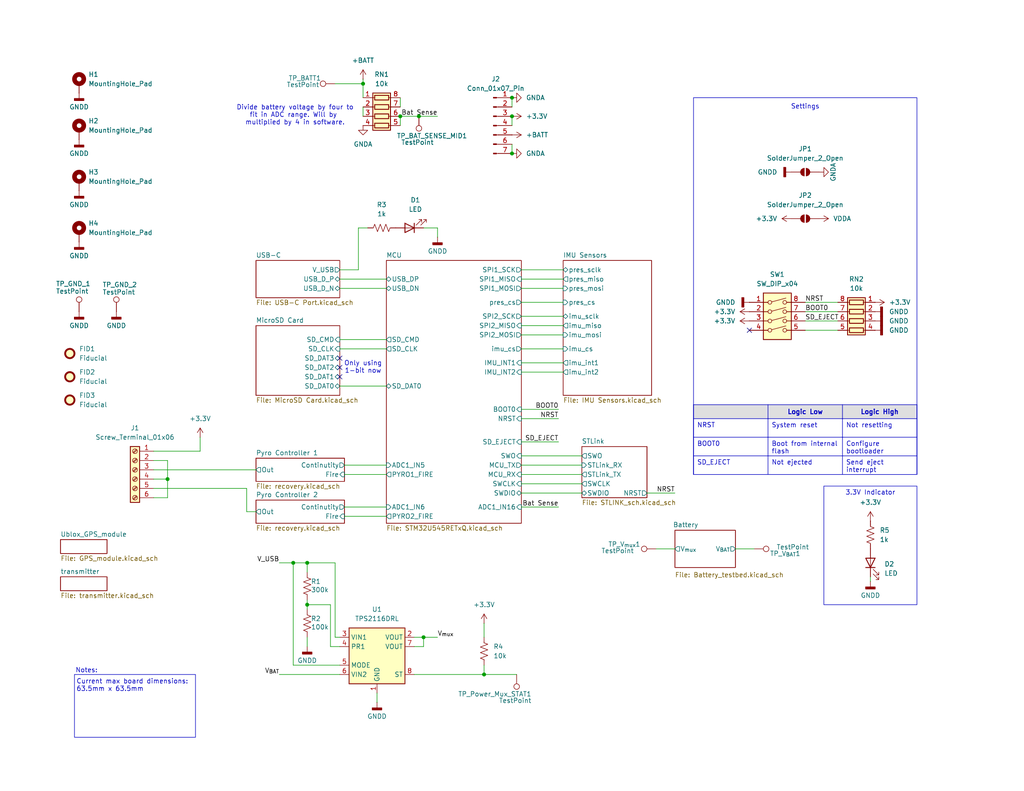
<source format=kicad_sch>
(kicad_sch (version 20250114) (generator "eeschema") (generator_version "9.0")
  (paper "USLetter")
  (title_block (title "Control Module Testbed") (date "2025-10-16") (rev "1.5") (company "Rowan Rocketry"))
  (lib_symbols
    (symbol "Connector:Conn_01x07_Pin" (pin_names (offset 1.016) (hide yes))
      (property "Reference" "J" (at 0 10.16 0))
      (property "Value" "Conn_01x07_Pin" (at 0 -10.16 0))
      (symbol "Conn_01x07_Pin_1_1"
        (rectangle (start 0.8636 7.747) (end 0 7.493) (stroke (width 0.1524)) (fill (type outline)))
        (rectangle (start 0.8636 5.207) (end 0 4.953) (stroke (width 0.1524)) (fill (type outline)))
        (rectangle (start 0.8636 2.667) (end 0 2.413) (stroke (width 0.1524)) (fill (type outline)))
        (rectangle (start 0.8636 0.127) (end 0 -0.127) (stroke (width 0.1524)) (fill (type outline)))
        (rectangle (start 0.8636 -2.413) (end 0 -2.667) (stroke (width 0.1524)) (fill (type outline)))
        (rectangle (start 0.8636 -4.953) (end 0 -5.207) (stroke (width 0.1524)) (fill (type outline)))
        (rectangle (start 0.8636 -7.493) (end 0 -7.747) (stroke (width 0.1524)) (fill (type outline)))
        (polyline (pts (xy 1.27 7.62) (xy 0.8636 7.62)) (stroke (width 0.1524)))
        (polyline (pts (xy 1.27 5.08) (xy 0.8636 5.08)) (stroke (width 0.1524)))
        (polyline (pts (xy 1.27 2.54) (xy 0.8636 2.54)) (stroke (width 0.1524)))
        (polyline (pts (xy 1.27 0) (xy 0.8636 0)) (stroke (width 0.1524)))
        (polyline (pts (xy 1.27 -2.54) (xy 0.8636 -2.54)) (stroke (width 0.1524)))
        (polyline (pts (xy 1.27 -5.08) (xy 0.8636 -5.08)) (stroke (width 0.1524)))
        (polyline (pts (xy 1.27 -7.62) (xy 0.8636 -7.62)) (stroke (width 0.1524)))
        (pin passive line (at 5.08 7.62 180) (length 3.81) (name "Pin_1") (number "1"))
        (pin passive line (at 5.08 5.08 180) (length 3.81) (name "Pin_2") (number "2"))
        (pin passive line (at 5.08 2.54 180) (length 3.81) (name "Pin_3") (number "3"))
        (pin passive line (at 5.08 0 180) (length 3.81) (name "Pin_4") (number "4"))
        (pin passive line (at 5.08 -2.54 180) (length 3.81) (name "Pin_5") (number "5"))
        (pin passive line (at 5.08 -5.08 180) (length 3.81) (name "Pin_6") (number "6"))
        (pin passive line (at 5.08 -7.62 180) (length 3.81) (name "Pin_7") (number "7"))
      )
    )
    (symbol "Connector:Screw_Terminal_01x06" (pin_names (offset 1.016) (hide yes))
      (property "Reference" "J" (at 0 7.62 0))
      (property "Value" "Screw_Terminal_01x06" (at 0 -10.16 0))
      (symbol "Screw_Terminal_01x06_1_1"
        (rectangle (start -1.27 6.35) (end 1.27 -8.89) (stroke (width 0.254)) (fill (type background)))
        (polyline (pts (xy -0.5334 5.4102) (xy 0.3302 4.572)) (stroke (width 0.1524)))
        (polyline (pts (xy -0.5334 2.8702) (xy 0.3302 2.032)) (stroke (width 0.1524)))
        (polyline (pts (xy -0.5334 0.3302) (xy 0.3302 -0.508)) (stroke (width 0.1524)))
        (polyline (pts (xy -0.5334 -2.2098) (xy 0.3302 -3.048)) (stroke (width 0.1524)))
        (polyline (pts (xy -0.5334 -4.7498) (xy 0.3302 -5.588)) (stroke (width 0.1524)))
        (polyline (pts (xy -0.5334 -7.2898) (xy 0.3302 -8.128)) (stroke (width 0.1524)))
        (polyline (pts (xy -0.3556 5.588) (xy 0.508 4.7498)) (stroke (width 0.1524)))
        (polyline (pts (xy -0.3556 3.048) (xy 0.508 2.2098)) (stroke (width 0.1524)))
        (polyline (pts (xy -0.3556 0.508) (xy 0.508 -0.3302)) (stroke (width 0.1524)))
        (polyline (pts (xy -0.3556 -2.032) (xy 0.508 -2.8702)) (stroke (width 0.1524)))
        (polyline (pts (xy -0.3556 -4.572) (xy 0.508 -5.4102)) (stroke (width 0.1524)))
        (polyline (pts (xy -0.3556 -7.112) (xy 0.508 -7.9502)) (stroke (width 0.1524)))
        (circle (center 0 5.08) (radius 0.635) (stroke (width 0.1524)))
        (circle (center 0 2.54) (radius 0.635) (stroke (width 0.1524)))
        (circle (center 0 0) (radius 0.635) (stroke (width 0.1524)))
        (circle (center 0 -2.54) (radius 0.635) (stroke (width 0.1524)))
        (circle (center 0 -5.08) (radius 0.635) (stroke (width 0.1524)))
        (circle (center 0 -7.62) (radius 0.635) (stroke (width 0.1524)))
        (pin passive line (at -5.08 5.08 0) (length 3.81) (name "Pin_1") (number "1"))
        (pin passive line (at -5.08 2.54 0) (length 3.81) (name "Pin_2") (number "2"))
        (pin passive line (at -5.08 0 0) (length 3.81) (name "Pin_3") (number "3"))
        (pin passive line (at -5.08 -2.54 0) (length 3.81) (name "Pin_4") (number "4"))
        (pin passive line (at -5.08 -5.08 0) (length 3.81) (name "Pin_5") (number "5"))
        (pin passive line (at -5.08 -7.62 0) (length 3.81) (name "Pin_6") (number "6"))
      )
    )
    (symbol "Connector:TestPoint" (pin_numbers (hide yes)) (pin_names (offset 0.762) (hide yes))
      (property "Reference" "TP" (at 0 6.858 0))
      (property "Value" "TestPoint" (at 0 5.08 0))
      (symbol "TestPoint_0_1"
        (circle (center 0 3.302) (radius 0.762))
      )
      (symbol "TestPoint_1_1"
        (pin passive line (at 0 0 90) (length 2.54) (name "1") (number "1"))
      )
    )
    (symbol "Device:LED" (pin_numbers (hide yes)) (pin_names (offset 1.016) (hide yes))
      (property "Reference" "D" (at 0 2.54 0))
      (property "Value" "LED" (at 0 -2.54 0))
      (symbol "LED_0_1"
        (polyline (pts (xy -3.048 -0.762) (xy -4.572 -2.286) (xy -3.81 -2.286) (xy -4.572 -2.286) (xy -4.572 -1.524)))
        (polyline (pts (xy -1.778 -0.762) (xy -3.302 -2.286) (xy -2.54 -2.286) (xy -3.302 -2.286) (xy -3.302 -1.524)))
        (polyline (pts (xy -1.27 0) (xy 1.27 0)))
        (polyline (pts (xy -1.27 -1.27) (xy -1.27 1.27)) (stroke (width 0.254)))
        (polyline (pts (xy 1.27 -1.27) (xy 1.27 1.27) (xy -1.27 0) (xy 1.27 -1.27)) (stroke (width 0.254)))
      )
      (symbol "LED_1_1"
        (pin passive line (at -3.81 0 0) (length 2.54) (name "K") (number "1"))
        (pin passive line (at 3.81 0 180) (length 2.54) (name "A") (number "2"))
      )
    )
    (symbol "Device:R_Pack04" (pin_names (offset 0) (hide yes))
      (property "Reference" "RN" (at -7.62 0 90))
      (property "Value" "R_Pack04" (at 5.08 0 90))
      (symbol "R_Pack04_0_1"
        (rectangle (start -6.35 -2.413) (end 3.81 2.413) (stroke (width 0.254)) (fill (type background)))
        (rectangle (start -5.715 1.905) (end -4.445 -1.905) (stroke (width 0.254)))
        (polyline (pts (xy -5.08 1.905) (xy -5.08 2.54)))
        (polyline (pts (xy -5.08 -2.54) (xy -5.08 -1.905)))
        (rectangle (start -3.175 1.905) (end -1.905 -1.905) (stroke (width 0.254)))
        (polyline (pts (xy -2.54 1.905) (xy -2.54 2.54)))
        (polyline (pts (xy -2.54 -2.54) (xy -2.54 -1.905)))
        (rectangle (start -0.635 1.905) (end 0.635 -1.905) (stroke (width 0.254)))
        (polyline (pts (xy 0 1.905) (xy 0 2.54)))
        (polyline (pts (xy 0 -2.54) (xy 0 -1.905)))
        (rectangle (start 1.905 1.905) (end 3.175 -1.905) (stroke (width 0.254)))
        (polyline (pts (xy 2.54 1.905) (xy 2.54 2.54)))
        (polyline (pts (xy 2.54 -2.54) (xy 2.54 -1.905)))
      )
      (symbol "R_Pack04_1_1"
        (pin passive line (at -5.08 5.08 270) (length 2.54) (name "R1.2") (number "8"))
        (pin passive line (at -5.08 -5.08 90) (length 2.54) (name "R1.1") (number "1"))
        (pin passive line (at -2.54 5.08 270) (length 2.54) (name "R2.2") (number "7"))
        (pin passive line (at -2.54 -5.08 90) (length 2.54) (name "R2.1") (number "2"))
        (pin passive line (at 0 5.08 270) (length 2.54) (name "R3.2") (number "6"))
        (pin passive line (at 0 -5.08 90) (length 2.54) (name "R3.1") (number "3"))
        (pin passive line (at 2.54 5.08 270) (length 2.54) (name "R4.2") (number "5"))
        (pin passive line (at 2.54 -5.08 90) (length 2.54) (name "R4.1") (number "4"))
      )
    )
    (symbol "Device:R_US" (pin_numbers (hide yes)) (pin_names (offset 0))
      (property "Reference" "R" (at 2.54 0 90))
      (property "Value" "R_US" (at -2.54 0 90))
      (symbol "R_US_0_1"
        (polyline (pts (xy 0 2.286) (xy 0 2.54)))
        (polyline (pts (xy 0 2.286) (xy 1.016 1.905) (xy 0 1.524) (xy -1.016 1.143) (xy 0 0.762)))
        (polyline (pts (xy 0 0.762) (xy 1.016 0.381) (xy 0 0) (xy -1.016 -0.381) (xy 0 -0.762)))
        (polyline (pts (xy 0 -0.762) (xy 1.016 -1.143) (xy 0 -1.524) (xy -1.016 -1.905) (xy 0 -2.286)))
        (polyline (pts (xy 0 -2.286) (xy 0 -2.54)))
      )
      (symbol "R_US_1_1"
        (pin passive line (at 0 3.81 270) (length 1.27) (name "~") (number "1"))
        (pin passive line (at 0 -3.81 90) (length 1.27) (name "~") (number "2"))
      )
    )
    (symbol "Jumper:SolderJumper_2_Open" (pin_numbers (hide yes)) (pin_names (offset 0) (hide yes)) (in_bom no)
      (property "Reference" "JP" (at 0 2.032 0))
      (property "Value" "SolderJumper_2_Open" (at 0 -2.54 0))
      (symbol "SolderJumper_2_Open_0_1"
        (polyline (pts (xy -0.254 1.016) (xy -0.254 -1.016)))
        (arc (start -0.254 -1.016) (mid -1.2656 0) (end -0.254 1.016))
        (arc (start -0.254 -1.016) (mid -1.2656 0) (end -0.254 1.016) (fill (type outline)))
        (arc (start 0.254 1.016) (mid 1.2656 0) (end 0.254 -1.016))
        (arc (start 0.254 1.016) (mid 1.2656 0) (end 0.254 -1.016) (fill (type outline)))
        (polyline (pts (xy 0.254 1.016) (xy 0.254 -1.016)))
      )
      (symbol "SolderJumper_2_Open_1_1"
        (pin passive line (at -3.81 0 0) (length 2.54) (name "A") (number "1"))
        (pin passive line (at 3.81 0 180) (length 2.54) (name "B") (number "2"))
      )
    )
    (symbol "Mechanical:Fiducial" (exclude_from_sim yes) (in_bom no)
      (property "Reference" "FID" (at 0 5.08 0))
      (property "Value" "Fiducial" (at 0 3.175 0))
      (symbol "Fiducial_0_1"
        (circle (center 0 0) (radius 1.27) (stroke (width 0.508)) (fill (type background)))
      )
    )
    (symbol "Mechanical:MountingHole_Pad" (pin_numbers (hide yes)) (pin_names (offset 1.016) (hide yes)) (exclude_from_sim yes) (in_bom no)
      (property "Reference" "H" (at 0 6.35 0))
      (property "Value" "MountingHole_Pad" (at 0 4.445 0))
      (symbol "MountingHole_Pad_0_1"
        (circle (center 0 1.27) (radius 1.27) (stroke (width 1.27)))
      )
      (symbol "MountingHole_Pad_1_1"
        (pin input line (at 0 -2.54 90) (length 2.54) (name "1") (number "1"))
      )
    )
    (symbol "Power_Management:TPS2116DRL"
      (property "Reference" "U7" (at 0 12.7 0))
      (property "Value" "TPS2116DRL" (at 0 10.16 0))
      (symbol "TPS2116DRL_0_1"
        (rectangle (start -7.62 7.62) (end 7.62 -7.62) (stroke (width 0.254)) (fill (type background)))
      )
      (symbol "TPS2116DRL_1_0"
        (pin power_out line (at 10.16 5.08 180) (length 2.54) (hide yes) (name "VOUT") (number "7"))
      )
      (symbol "TPS2116DRL_1_1"
        (pin power_in line (at -10.16 5.08 0) (length 2.54) (name "VIN1") (number "3"))
        (pin input line (at -10.16 2.54 0) (length 2.54) (name "PR1") (number "4"))
        (pin input line (at -10.16 -2.54 0) (length 2.54) (name "MODE") (number "5"))
        (pin power_in line (at -10.16 -5.08 0) (length 2.54) (name "VIN2") (number "6"))
        (pin power_in line (at 0 -10.16 90) (length 2.54) (name "GND") (number "1"))
        (pin power_out line (at 10.16 5.08 180) (length 2.54) (name "VOUT") (number "2"))
        (pin power_out line (at 10.16 2.54 180) (length 2.54) (name "VOUT") (number "7"))
        (pin open_collector line (at 10.16 -5.08 180) (length 2.54) (name "ST") (number "8"))
      )
    )
    (symbol "Switch:SW_DIP_x04" (pin_names (offset 0) (hide yes))
      (property "Reference" "SW" (at 0 8.89 0))
      (property "Value" "SW_DIP_x04" (at 0 -6.35 0))
      (symbol "SW_DIP_x04_0_0"
        (circle (center -2.032 5.08) (radius 0.508))
        (circle (center -2.032 2.54) (radius 0.508))
        (circle (center -2.032 0) (radius 0.508))
        (circle (center -2.032 -2.54) (radius 0.508))
        (polyline (pts (xy -1.524 5.207) (xy 2.3622 6.2484)))
        (polyline (pts (xy -1.524 2.667) (xy 2.3622 3.7084)))
        (polyline (pts (xy -1.524 0.127) (xy 2.3622 1.1684)))
        (polyline (pts (xy -1.524 -2.3876) (xy 2.3622 -1.3462)))
        (circle (center 2.032 5.08) (radius 0.508))
        (circle (center 2.032 2.54) (radius 0.508))
        (circle (center 2.032 0) (radius 0.508))
        (circle (center 2.032 -2.54) (radius 0.508))
      )
      (symbol "SW_DIP_x04_0_1"
        (rectangle (start -3.81 7.62) (end 3.81 -5.08) (stroke (width 0.254)) (fill (type background)))
      )
      (symbol "SW_DIP_x04_1_1"
        (pin passive line (at -7.62 5.08 0) (length 5.08) (name "~") (number "1"))
        (pin passive line (at -7.62 2.54 0) (length 5.08) (name "~") (number "2"))
        (pin passive line (at -7.62 0 0) (length 5.08) (name "~") (number "3"))
        (pin passive line (at -7.62 -2.54 0) (length 5.08) (name "~") (number "4"))
        (pin passive line (at 7.62 5.08 180) (length 5.08) (name "~") (number "8"))
        (pin passive line (at 7.62 2.54 180) (length 5.08) (name "~") (number "7"))
        (pin passive line (at 7.62 0 180) (length 5.08) (name "~") (number "6"))
        (pin passive line (at 7.62 -2.54 180) (length 5.08) (name "~") (number "5"))
      )
    )
    (symbol "power:+3.3V" (power) (pin_numbers (hide yes)) (pin_names (offset 0) (hide yes))
      (property "Value" "+3.3V" (at 0 3.556 0))
      (symbol "+3.3V_0_1"
        (polyline (pts (xy -0.762 1.27) (xy 0 2.54)))
        (polyline (pts (xy 0 2.54) (xy 0.762 1.27)))
        (polyline (pts (xy 0 0) (xy 0 2.54)))
      )
      (symbol "+3.3V_1_1"
        (pin power_in line (at 0 0 90) (length 0) (name "~") (number "1"))
      )
    )
    (symbol "power:+BATT" (power) (pin_numbers (hide yes)) (pin_names (offset 0) (hide yes))
      (property "Value" "+BATT" (at 0 3.556 0))
      (symbol "+BATT_0_1"
        (polyline (pts (xy -0.762 1.27) (xy 0 2.54)))
        (polyline (pts (xy 0 2.54) (xy 0.762 1.27)))
        (polyline (pts (xy 0 0) (xy 0 2.54)))
      )
      (symbol "+BATT_1_1"
        (pin power_in line (at 0 0 90) (length 0) (name "~") (number "1"))
      )
    )
    (symbol "power:GNDA" (power) (pin_numbers (hide yes)) (pin_names (offset 0) (hide yes))
      (property "Value" "GNDA" (at 0 -3.81 0))
      (symbol "GNDA_0_1"
        (polyline (pts (xy 0 0) (xy 0 -1.27) (xy 1.27 -1.27) (xy 0 -2.54) (xy -1.27 -1.27) (xy 0 -1.27)))
      )
      (symbol "GNDA_1_1"
        (pin power_in line (at 0 0 270) (length 0) (name "~") (number "1"))
      )
    )
    (symbol "power:GNDD" (power) (pin_numbers (hide yes)) (pin_names (offset 0) (hide yes))
      (property "Value" "GNDD" (at 0 -3.175 0))
      (symbol "GNDD_0_1"
        (rectangle (start -1.27 -1.524) (end 1.27 -2.032) (stroke (width 0.254)) (fill (type outline)))
        (polyline (pts (xy 0 0) (xy 0 -1.524)))
      )
      (symbol "GNDD_1_1"
        (pin power_in line (at 0 0 270) (length 0) (name "~") (number "1"))
      )
    )
    (symbol "power:VDDA" (power) (pin_numbers (hide yes)) (pin_names (offset 0) (hide yes))
      (property "Value" "VDDA" (at 0 3.556 0))
      (symbol "VDDA_0_1"
        (polyline (pts (xy -0.762 1.27) (xy 0 2.54)))
        (polyline (pts (xy 0 2.54) (xy 0.762 1.27)))
        (polyline (pts (xy 0 0) (xy 0 2.54)))
      )
      (symbol "VDDA_1_1"
        (pin power_in line (at 0 0 90) (length 0) (name "~") (number "1"))
      )
    )
  )
  (rectangle (start 20.32 184.15) (end 53.34 201.295))
  (rectangle (start 224.79 132.715) (end 250.19 165.1))
  (rectangle (start 189.23 26.67) (end 250.19 129.54))
  (text "Settings" (at 219.71 29.21 0) (effects (font (size 1.27 1.27))))
  (text "Notes:" (at 23.622 183.134 0) (effects (font (size 1.27 1.27))))
  (text "Divide battery voltage by four to\nfit in ADC range. Will by \nmultiplied by 4 in software." (at 80.518 31.496 0) (effects (font (size 1.27 1.27))))
  (text "3.3V Indicator" (at 237.49 134.62 0) (effects (font (size 1.27 1.27))))
  (text "Current max board dimensions: \n63.5mm x 63.5mm" (at 20.828 187.198 0) (effects (font (size 1.27 1.27)) (justify left)))
  (text "Only using\n1-bit now" (at 99.06 100.33 0) (effects (font (size 1.27 1.27))))
  (junction (at 99.06 22.86))
  (junction (at 139.7 26.67))
  (junction (at 139.7 41.91))
  (junction (at 45.72 130.81))
  (junction (at 132.08 184.15))
  (junction (at 139.7 31.75))
  (junction (at 80.01 153.67))
  (junction (at 114.3 31.75))
  (junction (at 83.82 165.1))
  (junction (at 83.82 153.67))
  (junction (at 109.22 31.75))
  (junction (at 115.57 173.99))
  (no_connect (at 92.71 100.33))
  (no_connect (at 92.71 97.79))
  (no_connect (at 92.71 102.87))
  (no_connect (at 204.47 90.17))
  (wire (pts (xy 90.17 165.1) (xy 90.17 176.53)))
  (wire (pts (xy 83.82 153.67) (xy 91.44 153.67)))
  (wire (pts (xy 142.24 86.36) (xy 153.67 86.36)))
  (wire (pts (xy 114.3 31.75) (xy 119.38 31.75)))
  (wire (pts (xy 67.31 139.7) (xy 67.31 133.35)))
  (wire (pts (xy 119.38 64.77) (xy 119.38 62.23)))
  (wire (pts (xy 142.24 127) (xy 158.75 127)))
  (wire (pts (xy 67.31 133.35) (xy 41.91 133.35)))
  (wire (pts (xy 45.72 135.89) (xy 45.72 130.81)))
  (wire (pts (xy 99.06 22.86) (xy 99.06 26.67)))
  (wire (pts (xy 92.71 105.41) (xy 105.41 105.41)))
  (wire (pts (xy 142.24 91.44) (xy 153.67 91.44)))
  (wire (pts (xy 142.24 129.54) (xy 158.75 129.54)))
  (wire (pts (xy 80.01 153.67) (xy 83.82 153.67)))
  (wire (pts (xy 92.71 78.74) (xy 105.41 78.74)))
  (wire (pts (xy 142.24 124.46) (xy 158.75 124.46)))
  (wire (pts (xy 93.98 129.54) (xy 105.41 129.54)))
  (wire (pts (xy 76.2 184.15) (xy 92.71 184.15)))
  (wire (pts (xy 219.71 87.63) (xy 228.6 87.63)))
  (wire (pts (xy 200.66 149.86) (xy 205.74 149.86)))
  (wire (pts (xy 102.87 189.23) (xy 102.87 191.77)))
  (wire (pts (xy 132.08 170.18) (xy 132.08 173.99)))
  (wire (pts (xy 152.4 111.76) (xy 142.24 111.76)))
  (wire (pts (xy 41.91 130.81) (xy 45.72 130.81)))
  (wire (pts (xy 142.24 134.62) (xy 158.75 134.62)))
  (wire (pts (xy 115.57 173.99) (xy 113.03 173.99)))
  (wire (pts (xy 83.82 173.99) (xy 83.82 176.53)))
  (wire (pts (xy 142.24 76.2) (xy 153.67 76.2)))
  (wire (pts (xy 69.85 139.7) (xy 67.31 139.7)))
  (wire (pts (xy 219.71 90.17) (xy 228.6 90.17)))
  (wire (pts (xy 139.7 26.67) (xy 139.7 29.21)))
  (wire (pts (xy 115.57 173.99) (xy 119.38 173.99)))
  (wire (pts (xy 41.91 135.89) (xy 45.72 135.89)))
  (wire (pts (xy 142.24 132.08) (xy 158.75 132.08)))
  (wire (pts (xy 83.82 165.1) (xy 90.17 165.1)))
  (wire (pts (xy 152.4 138.43) (xy 142.24 138.43)))
  (wire (pts (xy 92.71 76.2) (xy 105.41 76.2)))
  (wire (pts (xy 132.08 181.61) (xy 132.08 184.15)))
  (wire (pts (xy 93.98 138.43) (xy 105.41 138.43)))
  (wire (pts (xy 219.71 82.55) (xy 228.6 82.55)))
  (wire (pts (xy 41.91 125.73) (xy 45.72 125.73)))
  (wire (pts (xy 219.71 85.09) (xy 228.6 85.09)))
  (wire (pts (xy 109.22 26.67) (xy 109.22 29.21)))
  (wire (pts (xy 113.03 184.15) (xy 132.08 184.15)))
  (wire (pts (xy 41.91 123.19) (xy 54.61 123.19)))
  (wire (pts (xy 142.24 73.66) (xy 153.67 73.66)))
  (wire (pts (xy 142.24 101.6) (xy 153.67 101.6)))
  (wire (pts (xy 142.24 82.55) (xy 153.67 82.55)))
  (wire (pts (xy 92.71 95.25) (xy 105.41 95.25)))
  (wire (pts (xy 119.38 62.23) (xy 115.57 62.23)))
  (wire (pts (xy 83.82 153.67) (xy 83.82 156.21)))
  (wire (pts (xy 97.79 62.23) (xy 97.79 73.66)))
  (wire (pts (xy 91.44 173.99) (xy 92.71 173.99)))
  (wire (pts (xy 100.33 62.23) (xy 97.79 62.23)))
  (wire (pts (xy 92.71 73.66) (xy 97.79 73.66)))
  (wire (pts (xy 45.72 130.81) (xy 45.72 125.73)))
  (wire (pts (xy 83.82 165.1) (xy 83.82 166.37)))
  (wire (pts (xy 115.57 173.99) (xy 115.57 176.53)))
  (wire (pts (xy 142.24 78.74) (xy 153.67 78.74)))
  (wire (pts (xy 237.49 158.75) (xy 237.49 157.48)))
  (wire (pts (xy 41.91 128.27) (xy 69.85 128.27)))
  (wire (pts (xy 90.17 176.53) (xy 92.71 176.53)))
  (wire (pts (xy 152.4 114.3) (xy 142.24 114.3)))
  (wire (pts (xy 99.06 29.21) (xy 99.06 31.75)))
  (wire (pts (xy 83.82 163.83) (xy 83.82 165.1)))
  (wire (pts (xy 132.08 184.15) (xy 140.97 184.15)))
  (wire (pts (xy 99.06 21.59) (xy 99.06 22.86)))
  (wire (pts (xy 92.71 92.71) (xy 105.41 92.71)))
  (wire (pts (xy 80.01 181.61) (xy 92.71 181.61)))
  (wire (pts (xy 113.03 176.53) (xy 115.57 176.53)))
  (wire (pts (xy 179.07 149.86) (xy 184.15 149.86)))
  (wire (pts (xy 142.24 95.25) (xy 153.67 95.25)))
  (wire (pts (xy 76.2 153.67) (xy 80.01 153.67)))
  (wire (pts (xy 91.44 153.67) (xy 91.44 173.99)))
  (wire (pts (xy 54.61 119.38) (xy 54.61 123.19)))
  (wire (pts (xy 93.98 140.97) (xy 105.41 140.97)))
  (wire (pts (xy 109.22 31.75) (xy 109.22 34.29)))
  (wire (pts (xy 142.24 99.06) (xy 153.67 99.06)))
  (wire (pts (xy 152.4 120.65) (xy 142.24 120.65)))
  (wire (pts (xy 139.7 31.75) (xy 139.7 34.29)))
  (wire (pts (xy 80.01 153.67) (xy 80.01 181.61)))
  (wire (pts (xy 142.24 88.9) (xy 153.67 88.9)))
  (wire (pts (xy 93.98 127) (xy 105.41 127)))
  (wire (pts (xy 109.22 31.75) (xy 114.3 31.75)))
  (wire (pts (xy 139.7 41.91) (xy 139.7 39.37)))
  (wire (pts (xy 176.53 134.62) (xy 184.15 134.62)))
  (wire (pts (xy 91.44 22.86) (xy 99.06 22.86)))
  (table (column_count 3) (border (external yes) (header yes)) (separators (rows yes) (cols yes)) (column_widths 20.32 20.32 20.32) (row_heights 3.81 5.08 5.08 5.08) (cells (table_cell "" (at 189.23 110.49 0) (size 20.32 3.81) (margins 0.9525 0.9525 0.9525 0.9525) (span 1 1) (fill (type color) (color 0 0 0 0.1254901961))) (table_cell "Logic Low" (at 209.55 110.49 0) (size 20.32 3.81) (margins 0.9525 0.9525 0.9525 0.9525) (span 1 1) (fill (type color) (color 0 0 0 0.1254901961))) (table_cell "Logic High" (at 229.87 110.49 0) (size 20.32 3.81) (margins 0.9525 0.9525 0.9525 0.9525) (span 1 1) (fill (type color) (color 0 0 0 0.1254901961))) (table_cell "NRST" (at 189.23 114.3 0) (size 20.32 5.08) (margins 0.9525 0.9525 0.9525 0.9525) (span 1 1)) (table_cell "System reset" (at 209.55 114.3 0) (size 20.32 5.08) (margins 0.9525 0.9525 0.9525 0.9525) (span 1 1)) (table_cell "Not resetting" (at 229.87 114.3 0) (size 20.32 5.08) (margins 0.9525 0.9525 0.9525 0.9525) (span 1 1)) (table_cell "BOOT0" (at 189.23 119.38 0) (size 20.32 5.08) (margins 0.9525 0.9525 0.9525 0.9525) (span 1 1)) (table_cell "Boot from internal flash" (at 209.55 119.38 0) (size 20.32 5.08) (margins 0.9525 0.9525 0.9525 0.9525) (span 1 1)) (table_cell "Configure bootloader" (at 229.87 119.38 0) (size 20.32 5.08) (margins 0.9525 0.9525 0.9525 0.9525) (span 1 1)) (table_cell "SD_EJECT" (at 189.23 124.46 0) (size 20.32 5.08) (margins 0.9525 0.9525 0.9525 0.9525) (span 1 1)) (table_cell "Not ejected" (at 209.55 124.46 0) (size 20.32 5.08) (margins 0.9525 0.9525 0.9525 0.9525) (span 1 1)) (table_cell "Send eject interrupt" (at 229.87 124.46 0) (size 20.32 5.08) (margins 0.9525 0.9525 0.9525 0.9525) (span 1 1))))
  (label "Bat Sense" (at 119.38 31.75 180))
  (label "SD_EJECT" (at 219.71 87.63 0))
  (label "SD_EJECT" (at 152.4 120.65 180))
  (label "V_{mux}" (at 119.38 173.99 0))
  (label "NRST" (at 152.4 114.3 180))
  (label "V_{BAT}" (at 76.2 184.15 180))
  (label "BOOT0" (at 219.71 85.09 0))
  (label "NRST" (at 219.71 82.55 0))
  (label "NRST" (at 184.15 134.62 180))
  (label "V_USB" (at 76.2 153.67 180))
  (label "BOOT0" (at 152.4 111.76 180))
  (label "Bat Sense" (at 152.4 138.43 180))
  (symbol (lib_id "power:GNDA") (at 99.06 34.29 0) (unit 1)
    (property "Reference" "#PWR010" (effects (hide yes)))
    (property "Value" "GNDA" (at 99.06 39.37 0))
    (property "Description" "Power symbol creates a global label with name \"GNDA\" , analog ground" (effects (hide yes)))
  )
  (symbol (lib_id "Connector:TestPoint") (at 179.07 149.86 90) (unit 1)
    (property "Reference" "TP_V_{mux}1" (at 174.752 148.59 90) (effects (justify left)))
    (property "Value" "TestPoint" (at 172.974 150.368 90) (effects (justify left)))
    (property "Footprint" "TestPoint:TestPoint_Loop_D2.54mm_Drill1.5mm_Beaded" (effects (hide yes)))
    (property "Datasheet" "https://www.keyelco.com/userAssets/file/M65p56.pdf" (effects (hide yes)))
    (property "Description" "test point" (effects (hide yes)))
    (property "Purchase" "https://www.digikey.com/en/products/detail/keystone-electronics/5000/255326" (effects (hide yes)))
  )
  (symbol (lib_id "Mechanical:MountingHole_Pad") (at 21.59 49.53 0) (unit 1) (exclude_from_sim yes) (in_bom no)
    (property "Reference" "H3" (at 24.13 46.9899 0) (effects (justify left)))
    (property "Value" "MountingHole_Pad" (at 24.13 49.5299 0) (effects (justify left)))
    (property "Footprint" "MountingHole:MountingHole_3.2mm_M3_Pad_Via" (effects (hide yes)))
    (property "Description" "Mounting Hole with connection" (effects (hide yes)))
  )
  (symbol (lib_id "Device:R_Pack04") (at 104.14 31.75 270) (unit 1)
    (property "Reference" "RN1" (at 104.14 20.32 90))
    (property "Value" "10k" (at 104.14 22.86 90))
    (property "Footprint" "Resistor_SMD:R_Array_Convex_4x0612" (effects (hide yes)))
    (property "Datasheet" "https://www.vishay.com/docs/28751/acasprec.pdf" (effects (hide yes)))
    (property "Description" "4 resistor network, parallel topology" (effects (hide yes)))
  )
  (symbol (lib_id "power:GNDD") (at 21.59 66.04 0) (unit 1)
    (property "Reference" "#PWR04" (effects (hide yes)))
    (property "Value" "GNDD" (at 21.59 69.85 0))
    (property "Description" "Power symbol creates a global label with name \"GNDD\" , digital ground" (effects (hide yes)))
  )
  (symbol (lib_id "power:GNDD") (at 102.87 191.77 0) (unit 1)
    (property "Reference" "#PWR011" (effects (hide yes)))
    (property "Value" "GNDD" (at 102.87 195.58 0))
    (property "Description" "Power symbol creates a global label with name \"GNDD\" , digital ground" (effects (hide yes)))
  )
  (symbol (lib_id "power:GNDD") (at 31.75 85.09 0) (unit 1)
    (property "Reference" "#PWR06" (effects (hide yes)))
    (property "Value" "GNDD" (at 31.75 88.9 0))
    (property "Description" "Power symbol creates a global label with name \"GNDD\" , digital ground" (effects (hide yes)))
  )
  (symbol (lib_id "Mechanical:MountingHole_Pad") (at 21.59 22.86 0) (unit 1) (exclude_from_sim yes) (in_bom no)
    (property "Reference" "H1" (at 24.13 20.3199 0) (effects (justify left)))
    (property "Value" "MountingHole_Pad" (at 24.13 22.8599 0) (effects (justify left)))
    (property "Footprint" "MountingHole:MountingHole_3.2mm_M3_Pad_Via" (effects (hide yes)))
    (property "Description" "Mounting Hole with connection" (effects (hide yes)))
  )
  (symbol (lib_id "Mechanical:Fiducial") (at 19.05 109.22 0) (unit 1) (exclude_from_sim yes) (in_bom no)
    (property "Reference" "FID3" (at 21.59 107.9499 0) (effects (justify left)))
    (property "Value" "Fiducial" (at 21.59 110.4899 0) (effects (justify left)))
    (property "Footprint" "Fiducial:Fiducial_1mm_Mask2mm" (effects (hide yes)))
    (property "Description" "Fiducial Marker" (effects (hide yes)))
  )
  (symbol (lib_id "power:GNDD") (at 21.59 85.09 0) (unit 1)
    (property "Reference" "#PWR05" (effects (hide yes)))
    (property "Value" "GNDD" (at 21.59 88.9 0))
    (property "Description" "Power symbol creates a global label with name \"GNDD\" , digital ground" (effects (hide yes)))
  )
  (symbol (lib_id "power:GNDD") (at 238.76 87.63 90) (unit 1)
    (property "Reference" "#PWR029" (effects (hide yes)))
    (property "Value" "GNDD" (at 242.57 87.6299 90) (effects (justify right)))
    (property "Description" "Power symbol creates a global label with name \"GNDD\" , digital ground" (effects (hide yes)))
  )
  (symbol (lib_id "power:+3.3V") (at 204.47 87.63 90) (unit 1)
    (property "Reference" "#PWR020" (effects (hide yes)))
    (property "Value" "+3.3V" (at 200.66 87.6299 90) (effects (justify left)))
    (property "Description" "Power symbol creates a global label with name \"+3.3V\"" (effects (hide yes)))
  )
  (symbol (lib_id "power:GNDD") (at 21.59 25.4 0) (unit 1)
    (property "Reference" "#PWR01" (effects (hide yes)))
    (property "Value" "GNDD" (at 21.59 29.21 0))
    (property "Description" "Power symbol creates a global label with name \"GNDD\" , digital ground" (effects (hide yes)))
  )
  (symbol (lib_id "power:+3.3V") (at 54.61 119.38 0) (unit 1)
    (property "Reference" "#PWR07" (effects (hide yes)))
    (property "Value" "+3.3V" (at 54.61 114.3 0))
    (property "Description" "Power symbol creates a global label with name \"+3.3V\"" (effects (hide yes)))
  )
  (symbol (lib_id "power:GNDD") (at 204.47 82.55 270) (unit 1)
    (property "Reference" "#PWR018" (effects (hide yes)))
    (property "Value" "GNDD" (at 200.66 82.5499 90) (effects (justify right)))
    (property "Description" "Power symbol creates a global label with name \"GNDD\" , digital ground" (effects (hide yes)))
  )
  (symbol (lib_id "power:GNDD") (at 238.76 90.17 90) (unit 1)
    (property "Reference" "#PWR030" (effects (hide yes)))
    (property "Value" "GNDD" (at 242.57 90.1699 90) (effects (justify right)))
    (property "Description" "Power symbol creates a global label with name \"GNDD\" , digital ground" (effects (hide yes)))
  )
  (symbol (lib_id "power:+3.3V") (at 132.08 170.18 0) (unit 1)
    (property "Reference" "#PWR013" (effects (hide yes)))
    (property "Value" "+3.3V" (at 132.08 165.1 0))
    (property "Description" "Power symbol creates a global label with name \"+3.3V\"" (effects (hide yes)))
  )
  (symbol (lib_id "Power_Management:TPS2116DRL") (at 102.87 179.07 0) (unit 1)
    (property "Reference" "U1" (at 102.87 166.37 0))
    (property "Value" "TPS2116DRL" (at 102.87 168.91 0))
    (property "Footprint" "Package_TO_SOT_SMD:SOT-583-8" (effects (hide yes)))
    (property "Datasheet" "https://www.ti.com/lit/ds/symlink/tps2116.pdf" (effects (hide yes)))
    (property "Description" "2 Channnels Power Mux with Manual and Priority Switchover, 1.6-5.5V Input Voltage, 2.5A Output Current, Ron 40 mOhm, SOT-583-8" (effects (hide yes)))
  )
  (symbol (lib_id "power:+3.3V") (at 215.9 59.69 90) (unit 1)
    (property "Reference" "#PWR022" (effects (hide yes)))
    (property "Value" "+3.3V" (at 212.09 59.6899 90) (effects (justify left)))
    (property "Description" "Power symbol creates a global label with name \"+3.3V\"" (effects (hide yes)))
  )
  (symbol (lib_id "Mechanical:MountingHole_Pad") (at 21.59 63.5 0) (unit 1) (exclude_from_sim yes) (in_bom no)
    (property "Reference" "H4" (at 24.13 60.9599 0) (effects (justify left)))
    (property "Value" "MountingHole_Pad" (at 24.13 63.4999 0) (effects (justify left)))
    (property "Footprint" "MountingHole:MountingHole_3.2mm_M3_Pad_Via" (effects (hide yes)))
    (property "Description" "Mounting Hole with connection" (effects (hide yes)))
  )
  (symbol (lib_id "Device:R_US") (at 132.08 177.8 0) (unit 1)
    (property "Reference" "R4" (at 134.62 176.5299 0) (effects (justify left)))
    (property "Value" "10k" (at 134.62 179.0699 0) (effects (justify left)))
    (property "Footprint" "Resistor_SMD:R_0603_1608Metric" (effects (hide yes)))
    (property "Description" "Resistor, US symbol" (effects (hide yes)))
  )
  (symbol (lib_id "Device:LED") (at 111.76 62.23 180) (unit 1)
    (property "Reference" "D1" (at 113.3475 54.61 0))
    (property "Value" "LED" (at 113.3475 57.15 0))
    (property "Footprint" "LED_SMD:LED_0603_1608Metric" (effects (hide yes)))
    (property "Description" "Light emitting diode" (effects (hide yes)))
    (property "Sim.Pins" "1=K 2=A" (effects (hide yes)))
  )
  (symbol (lib_id "power:GNDD") (at 21.59 52.07 0) (unit 1)
    (property "Reference" "#PWR03" (effects (hide yes)))
    (property "Value" "GNDD" (at 21.59 55.88 0))
    (property "Description" "Power symbol creates a global label with name \"GNDD\" , digital ground" (effects (hide yes)))
  )
  (symbol (lib_id "Connector:TestPoint") (at 21.59 85.09 0) (unit 1)
    (property "Reference" "TP_GND_1" (at 15.24 77.47 0) (effects (justify left)))
    (property "Value" "TestPoint" (at 15.24 79.502 0) (effects (justify left)))
    (property "Footprint" "TestPoint:TestPoint_Loop_D2.54mm_Drill1.5mm_Beaded" (effects (hide yes)))
    (property "Datasheet" "https://www.keyelco.com/userAssets/file/M65p56.pdf" (effects (hide yes)))
    (property "Description" "test point" (effects (hide yes)))
    (property "Purchase" "https://www.digikey.com/en/products/detail/keystone-electronics/5000/255326" (effects (hide yes)))
  )
  (symbol (lib_id "Device:R_US") (at 83.82 170.18 180) (unit 1)
    (property "Reference" "R2" (at 84.836 168.91 0) (effects (justify right)))
    (property "Value" "100k" (at 84.836 171.196 0) (effects (justify right)))
    (property "Footprint" "Resistor_SMD:R_0603_1608Metric_Pad0.98x0.95mm_HandSolder" (effects (hide yes)))
    (property "Description" "Resistor, US symbol" (effects (hide yes)))
  )
  (symbol (lib_id "power:+BATT") (at 99.06 21.59 0) (unit 1)
    (property "Reference" "#PWR09" (effects (hide yes)))
    (property "Value" "+BATT" (at 99.06 16.51 0))
    (property "Description" "Power symbol creates a global label with name \"+BATT\"" (effects (hide yes)))
  )
  (symbol (lib_id "Connector:TestPoint") (at 140.97 184.15 180) (unit 1)
    (property "Reference" "TP_Power_Mux_STAT1" (at 145.034 189.484 0) (effects (justify left)))
    (property "Value" "TestPoint" (at 145.034 191.262 0) (effects (justify left)))
    (property "Footprint" "TestPoint:TestPoint_Loop_D2.54mm_Drill1.5mm_Beaded" (effects (hide yes)))
    (property "Datasheet" "https://www.keyelco.com/userAssets/file/M65p56.pdf" (effects (hide yes)))
    (property "Description" "test point" (effects (hide yes)))
    (property "Purchase" "https://www.digikey.com/en/products/detail/keystone-electronics/5000/255326" (effects (hide yes)))
  )
  (symbol (lib_id "Connector:Conn_01x07_Pin") (at 134.62 34.29 0) (unit 1)
    (property "Reference" "J2" (at 135.255 21.59 0))
    (property "Value" "Conn_01x07_Pin" (at 135.255 24.13 0))
    (property "Footprint" "Connector_PinHeader_2.54mm:PinHeader_1x07_P2.54mm_Vertical" (effects (hide yes)))
    (property "Description" "Generic connector, single row, 01x07, script generated" (effects (hide yes)))
  )
  (symbol (lib_id "power:GNDD") (at 238.76 85.09 90) (unit 1)
    (property "Reference" "#PWR028" (effects (hide yes)))
    (property "Value" "GNDD" (at 242.57 85.0899 90) (effects (justify right)))
    (property "Description" "Power symbol creates a global label with name \"GNDD\" , digital ground" (effects (hide yes)))
  )
  (symbol (lib_id "Connector:TestPoint") (at 91.44 22.86 90) (unit 1)
    (property "Reference" "TP_BATT1" (at 87.63 21.336 90) (effects (justify left)))
    (property "Value" "TestPoint" (at 87.122 23.114 90) (effects (justify left)))
    (property "Footprint" "TestPoint:TestPoint_Loop_D2.54mm_Drill1.5mm_Beaded" (effects (hide yes)))
    (property "Datasheet" "https://www.keyelco.com/userAssets/file/M65p56.pdf" (effects (hide yes)))
    (property "Description" "test point" (effects (hide yes)))
    (property "Purchase" "https://www.digikey.com/en/products/detail/keystone-electronics/5000/255326" (effects (hide yes)))
  )
  (symbol (lib_id "power:+3.3V") (at 237.49 142.24 0) (unit 1)
    (property "Reference" "#PWR025" (effects (hide yes)))
    (property "Value" "+3.3V" (at 237.49 137.16 0))
    (property "Description" "Power symbol creates a global label with name \"+3.3V\"" (effects (hide yes)))
  )
  (symbol (lib_id "Device:R_US") (at 237.49 146.05 0) (unit 1)
    (property "Reference" "R5" (at 240.03 144.7799 0) (effects (justify left)))
    (property "Value" "1k" (at 240.03 147.3199 0) (effects (justify left)))
    (property "Footprint" "Resistor_SMD:R_0603_1608Metric" (effects (hide yes)))
    (property "Description" "Resistor, US symbol" (effects (hide yes)))
  )
  (symbol (lib_id "Connector:Screw_Terminal_01x06") (at 36.83 128.27 0) (mirror y) (unit 1)
    (property "Reference" "J1" (at 36.83 116.84 0))
    (property "Value" "Screw_Terminal_01x06" (at 36.83 119.38 0))
    (property "Footprint" "TerminalBlock_Phoenix:TerminalBlock_Phoenix_MPT-0,5-6-2.54_1x06_P2.54mm_Horizontal" (effects (hide yes)))
    (property "Description" "Generic screw terminal, single row, 01x06, script generated (kicad-library-utils/schlib/autogen/connector/)" (effects (hide yes)))
  )
  (symbol (lib_id "power:+3.3V") (at 238.76 82.55 270) (unit 1)
    (property "Reference" "#PWR027" (effects (hide yes)))
    (property "Value" "+3.3V" (at 242.57 82.5499 90) (effects (justify left)))
    (property "Description" "Power symbol creates a global label with name \"+3.3V\"" (effects (hide yes)))
  )
  (symbol (lib_id "Device:R_US") (at 83.82 160.02 180) (unit 1)
    (property "Reference" "R1" (at 84.836 158.75 0) (effects (justify right)))
    (property "Value" "300k" (at 84.836 161.036 0) (effects (justify right)))
    (property "Footprint" "Resistor_SMD:R_0603_1608Metric_Pad0.98x0.95mm_HandSolder" (effects (hide yes)))
    (property "Description" "Resistor, US symbol" (effects (hide yes)))
  )
  (symbol (lib_id "Mechanical:Fiducial") (at 19.05 102.87 0) (unit 1) (exclude_from_sim yes) (in_bom no)
    (property "Reference" "FID2" (at 21.59 101.5999 0) (effects (justify left)))
    (property "Value" "Fiducial" (at 21.59 104.1399 0) (effects (justify left)))
    (property "Footprint" "Fiducial:Fiducial_1mm_Mask2mm" (effects (hide yes)))
    (property "Description" "Fiducial Marker" (effects (hide yes)))
  )
  (symbol (lib_id "power:VDDA") (at 223.52 59.69 270) (unit 1)
    (property "Reference" "#PWR024" (effects (hide yes)))
    (property "Value" "VDDA" (at 227.33 59.6899 90) (effects (justify left)))
    (property "Description" "Power symbol creates a global label with name \"VDDA\"" (effects (hide yes)))
  )
  (symbol (lib_id "power:GNDD") (at 215.9 46.99 270) (unit 1)
    (property "Reference" "#PWR021" (effects (hide yes)))
    (property "Value" "GNDD" (at 212.09 46.9899 90) (effects (justify right)))
    (property "Description" "Power symbol creates a global label with name \"GNDD\" , digital ground" (effects (hide yes)))
  )
  (symbol (lib_id "power:GNDA") (at 139.7 26.67 90) (unit 1)
    (property "Reference" "#PWR014" (effects (hide yes)))
    (property "Value" "GNDA" (at 143.51 26.6699 90) (effects (justify right)))
    (property "Description" "Power symbol creates a global label with name \"GNDA\" , analog ground" (effects (hide yes)))
  )
  (symbol (lib_id "Connector:TestPoint") (at 31.75 85.09 0) (unit 1)
    (property "Reference" "TP_GND_2" (at 27.94 77.724 0) (effects (justify left)))
    (property "Value" "TestPoint" (at 27.94 79.756 0) (effects (justify left)))
    (property "Footprint" "TestPoint:TestPoint_Loop_D2.54mm_Drill1.5mm_Beaded" (effects (hide yes)))
    (property "Datasheet" "https://www.keyelco.com/userAssets/file/M65p56.pdf" (effects (hide yes)))
    (property "Description" "test point" (effects (hide yes)))
    (property "Purchase" "https://www.digikey.com/en/products/detail/keystone-electronics/5000/255326" (effects (hide yes)))
  )
  (symbol (lib_id "Mechanical:MountingHole_Pad") (at 21.59 35.56 0) (unit 1) (exclude_from_sim yes) (in_bom no)
    (property "Reference" "H2" (at 24.13 33.0199 0) (effects (justify left)))
    (property "Value" "MountingHole_Pad" (at 24.13 35.5599 0) (effects (justify left)))
    (property "Footprint" "MountingHole:MountingHole_3.2mm_M3_Pad_Via" (effects (hide yes)))
    (property "Description" "Mounting Hole with connection" (effects (hide yes)))
  )
  (symbol (lib_id "Connector:TestPoint") (at 114.3 31.75 180) (unit 1)
    (property "Reference" "TP_BAT_SENSE_MID1" (at 127.508 37.084 0) (effects (justify left)))
    (property "Value" "TestPoint" (at 118.364 38.862 0) (effects (justify left)))
    (property "Footprint" "TestPoint:TestPoint_Loop_D2.54mm_Drill1.5mm_Beaded" (effects (hide yes)))
    (property "Datasheet" "https://www.keyelco.com/userAssets/file/M65p56.pdf" (effects (hide yes)))
    (property "Description" "test point" (effects (hide yes)))
    (property "Purchase" "https://www.digikey.com/en/products/detail/keystone-electronics/5000/255326" (effects (hide yes)))
  )
  (symbol (lib_id "power:GNDD") (at 119.38 64.77 0) (unit 1)
    (property "Reference" "#PWR012" (effects (hide yes)))
    (property "Value" "GNDD" (at 119.38 68.58 0))
    (property "Description" "Power symbol creates a global label with name \"GNDD\" , digital ground" (effects (hide yes)))
  )
  (symbol (lib_id "power:+BATT") (at 139.7 36.83 270) (unit 1)
    (property "Reference" "#PWR016" (effects (hide yes)))
    (property "Value" "+BATT" (at 143.51 36.8299 90) (effects (justify left)))
    (property "Description" "Power symbol creates a global label with name \"+BATT\"" (effects (hide yes)))
  )
  (symbol (lib_id "power:GNDA") (at 139.7 41.91 90) (unit 1)
    (property "Reference" "#PWR017" (effects (hide yes)))
    (property "Value" "GNDA" (at 143.51 41.9099 90) (effects (justify right)))
    (property "Description" "Power symbol creates a global label with name \"GNDA\" , analog ground" (effects (hide yes)))
  )
  (symbol (lib_id "power:GNDD") (at 237.49 158.75 0) (unit 1)
    (property "Reference" "#PWR026" (effects (hide yes)))
    (property "Value" "GNDD" (at 237.49 162.56 0))
    (property "Description" "Power symbol creates a global label with name \"GNDD\" , digital ground" (effects (hide yes)))
  )
  (symbol (lib_id "Device:LED") (at 237.49 153.67 90) (unit 1)
    (property "Reference" "D2" (at 241.3 153.9874 90) (effects (justify right)))
    (property "Value" "LED" (at 241.3 156.5274 90) (effects (justify right)))
    (property "Footprint" "LED_SMD:LED_0603_1608Metric" (effects (hide yes)))
    (property "Description" "Light emitting diode" (effects (hide yes)))
    (property "Sim.Pins" "1=K 2=A" (effects (hide yes)))
  )
  (symbol (lib_id "Device:R_US") (at 104.14 62.23 90) (unit 1)
    (property "Reference" "R3" (at 104.14 55.88 90))
    (property "Value" "1k" (at 104.14 58.42 90))
    (property "Footprint" "Resistor_SMD:R_0603_1608Metric" (effects (hide yes)))
    (property "Description" "Resistor, US symbol" (effects (hide yes)))
  )
  (symbol (lib_id "Connector:TestPoint") (at 205.74 149.86 270) (unit 1)
    (property "Reference" "TP_V_{BAT}1" (at 210.058 151.13 90) (effects (justify left)))
    (property "Value" "TestPoint" (at 211.836 149.352 90) (effects (justify left)))
    (property "Footprint" "TestPoint:TestPoint_Loop_D2.54mm_Drill1.5mm_Beaded" (effects (hide yes)))
    (property "Datasheet" "https://www.keyelco.com/userAssets/file/M65p56.pdf" (effects (hide yes)))
    (property "Description" "test point" (effects (hide yes)))
    (property "Purchase" "https://www.digikey.com/en/products/detail/keystone-electronics/5000/255326" (effects (hide yes)))
  )
  (symbol (lib_id "power:+3.3V") (at 139.7 31.75 270) (unit 1)
    (property "Reference" "#PWR015" (effects (hide yes)))
    (property "Value" "+3.3V" (at 143.51 31.7499 90) (effects (justify left)))
    (property "Description" "Power symbol creates a global label with name \"+3.3V\"" (effects (hide yes)))
  )
  (symbol (lib_id "Mechanical:Fiducial") (at 19.05 96.52 0) (unit 1) (exclude_from_sim yes) (in_bom no)
    (property "Reference" "FID1" (at 21.59 95.2499 0) (effects (justify left)))
    (property "Value" "Fiducial" (at 21.59 97.7899 0) (effects (justify left)))
    (property "Footprint" "Fiducial:Fiducial_1mm_Mask2mm" (effects (hide yes)))
    (property "Description" "Fiducial Marker" (effects (hide yes)))
  )
  (symbol (lib_id "Jumper:SolderJumper_2_Open") (at 219.71 59.69 0) (unit 1) (in_bom no)
    (property "Reference" "JP2" (at 219.71 53.34 0))
    (property "Value" "SolderJumper_2_Open" (at 219.71 55.88 0))
    (property "Footprint" "Jumper:SolderJumper-2_P1.3mm_Open_RoundedPad1.0x1.5mm" (effects (hide yes)))
    (property "Description" "Solder Jumper, 2-pole, open" (effects (hide yes)))
  )
  (symbol (lib_id "power:GNDA") (at 223.52 46.99 90) (unit 1)
    (property "Reference" "#PWR023" (effects (hide yes)))
    (property "Value" "GNDA" (at 227.33 46.99 0))
    (property "Description" "Power symbol creates a global label with name \"GNDA\" , analog ground" (effects (hide yes)))
  )
  (symbol (lib_id "power:GNDD") (at 83.82 176.53 0) (unit 1)
    (property "Reference" "#PWR08" (effects (hide yes)))
    (property "Value" "GNDD" (at 83.82 180.34 0))
    (property "Description" "Power symbol creates a global label with name \"GNDD\" , digital ground" (effects (hide yes)))
  )
  (symbol (lib_id "Jumper:SolderJumper_2_Open") (at 219.71 46.99 0) (unit 1) (in_bom no)
    (property "Reference" "JP1" (at 219.71 40.64 0))
    (property "Value" "SolderJumper_2_Open" (at 219.71 43.18 0))
    (property "Footprint" "Jumper:SolderJumper-2_P1.3mm_Open_RoundedPad1.0x1.5mm" (effects (hide yes)))
    (property "Description" "Solder Jumper, 2-pole, open" (effects (hide yes)))
  )
  (symbol (lib_id "Switch:SW_DIP_x04") (at 212.09 87.63 0) (unit 1)
    (property "Reference" "SW1" (at 212.09 74.93 0))
    (property "Value" "SW_DIP_x04" (at 212.09 77.47 0))
    (property "Footprint" "Button_Switch_SMD:SW_DIP_SPSTx04_Slide_Copal_CHS-04A_W5.08mm_P1.27mm_JPin" (effects (hide yes)))
    (property "Description" "4x DIP Switch, Single Pole Single Throw (SPST) switch, small symbol" (effects (hide yes)))
  )
  (symbol (lib_id "power:+3.3V") (at 204.47 85.09 90) (unit 1)
    (property "Reference" "#PWR019" (effects (hide yes)))
    (property "Value" "+3.3V" (at 200.66 85.0899 90) (effects (justify left)))
    (property "Description" "Power symbol creates a global label with name \"+3.3V\"" (effects (hide yes)))
  )
  (symbol (lib_id "power:GNDD") (at 21.59 38.1 0) (unit 1)
    (property "Reference" "#PWR02" (effects (hide yes)))
    (property "Value" "GNDD" (at 21.59 41.91 0))
    (property "Description" "Power symbol creates a global label with name \"GNDD\" , digital ground" (effects (hide yes)))
  )
  (symbol (lib_id "Device:R_Pack04") (at 233.68 87.63 90) (mirror x) (unit 1)
    (property "Reference" "RN2" (at 233.68 76.2 90))
    (property "Value" "10k" (at 233.68 78.74 90))
    (property "Footprint" "Resistor_SMD:R_Array_Convex_4x0612" (effects (hide yes)))
    (property "Datasheet" "https://www.vishay.com/docs/28751/acasprec.pdf" (effects (hide yes)))
    (property "Description" "4 resistor network, parallel topology" (effects (hide yes)))
  )
  (sheet (at 69.85 88.9) (size 22.86 19.05) (stroke (width 0.1524))
    (property "Sheetname" "MicroSD Card" (at 69.85 88.1884 0) (effects (justify left bottom)))
    (property "Sheetfile" "MicroSD Card.kicad_sch" (at 69.85 108.5346 0) (effects (justify left top)))
    (pin "SD_DAT3" bidirectional (at 92.71 97.79 0))
    (pin "SD_DAT1" bidirectional (at 92.71 102.87 0))
    (pin "SD_DAT2" bidirectional (at 92.71 100.33 0))
    (pin "SD_CMD" input (at 92.71 92.71 0))
    (pin "SD_CLK" input (at 92.71 95.25 0))
    (pin "SD_DAT0" bidirectional (at 92.71 105.41 0))
  )
  (sheet (at 69.85 136.525) (size 24.13 6.35) (stroke (width 0.1524))
    (property "Sheetname" "Pyro Controller 2" (at 69.85 135.8134 0) (effects (justify left bottom)))
    (property "Sheetfile" "recovery.kicad_sch" (at 69.85 143.4596 0) (effects (justify left top)))
    (pin "Continutity" output (at 93.98 138.43 0))
    (pin "Fire" input (at 93.98 140.97 0))
    (pin "Out" output (at 69.85 139.7 180))
  )
  (sheet (at 69.85 125.095) (size 24.13 6.35) (stroke (width 0.1524))
    (property "Sheetname" "Pyro Controller 1" (at 69.85 124.3834 0) (effects (justify left bottom)))
    (property "Sheetfile" "recovery.kicad_sch" (at 69.85 132.0296 0) (effects (justify left top)))
    (pin "Continutity" output (at 93.98 127 0))
    (pin "Fire" input (at 93.98 129.54 0))
    (pin "Out" output (at 69.85 128.27 180))
  )
  (sheet (at 184.15 144.78) (size 16.51 10.16) (stroke (width 0.1524))
    (property "Sheetname" "Battery" (at 183.642 144.018 0) (effects (justify left bottom)))
    (property "Sheetfile" "Battery_testbed.kicad_sch" (at 184.15 156.21 0) (effects (justify left top)))
    (pin "V_{BAT}" output (at 200.66 149.86 0))
    (pin "V_{mux}" output (at 184.15 149.86 180))
  )
  (sheet (at 105.41 71.12) (size 36.83 71.755) (stroke (width 0.1524))
    (property "Sheetname" "MCU" (at 105.41 70.4084 0) (effects (justify left bottom)))
    (property "Sheetfile" "STM32U545RETxQ.kicad_sch" (at 105.41 143.4596 0) (effects (justify left top)))
    (pin "USB_DP" bidirectional (at 105.41 76.2 180))
    (pin "SPI1_SCK" output (at 142.24 73.66 0))
    (pin "SPI1_MOSI" output (at 142.24 78.74 0))
    (pin "SPI2_SCK" output (at 142.24 86.36 0))
    (pin "USB_DN" bidirectional (at 105.41 78.74 180))
    (pin "SPI1_MISO" input (at 142.24 76.2 0))
    (pin "SPI2_MISO" input (at 142.24 88.9 0))
    (pin "SPI2_MOSI" output (at 142.24 91.44 0))
    (pin "IMU_INT2" input (at 142.24 101.6 0))
    (pin "IMU_INT1" input (at 142.24 99.06 0))
    (pin "SD_CMD" output (at 105.41 92.71 180))
    (pin "SD_CLK" output (at 105.41 95.25 180))
    (pin "SD_DAT0" bidirectional (at 105.41 105.41 180))
    (pin "imu_cs" output (at 142.24 95.25 0))
    (pin "pres_cs" output (at 142.24 82.55 0))
    (pin "BOOT0" input (at 142.24 111.76 0))
    (pin "NRST" input (at 142.24 114.3 0))
    (pin "SD_EJECT" input (at 142.24 120.65 0))
    (pin "ADC1_IN5" input (at 105.41 127 180))
    (pin "ADC1_IN6" input (at 105.41 138.43 180))
    (pin "ADC1_IN16" input (at 142.24 138.43 0))
    (pin "PYRO1_FIRE" output (at 105.41 129.54 180))
    (pin "PYRO2_FIRE" output (at 105.41 140.97 180))
    (pin "MCU_TX" output (at 142.24 127 0))
    (pin "MCU_RX" input (at 142.24 129.54 0))
    (pin "SWCLK" input (at 142.24 132.08 0))
    (pin "SWDIO" bidirectional (at 142.24 134.62 0))
    (pin "SWO" input (at 142.24 124.46 0))
  )
  (sheet (at 153.67 71.12) (size 24.13 36.83) (stroke (width 0.1524))
    (property "Sheetname" "IMU Sensors" (at 153.67 70.4084 0) (effects (justify left bottom)))
    (property "Sheetfile" "IMU Sensors.kicad_sch" (at 153.67 108.5346 0) (effects (justify left top)))
    (pin "pres_cs" input (at 153.67 82.55 180))
    (pin "imu_int2" output (at 153.67 101.6 180))
    (pin "imu_mosi" input (at 153.67 91.44 180))
    (pin "pres_sclk" bidirectional (at 153.67 73.66 180))
    (pin "imu_int1" output (at 153.67 99.06 180))
    (pin "imu_cs" input (at 153.67 95.25 180))
    (pin "imu_miso" output (at 153.67 88.9 180))
    (pin "pres_mosi" input (at 153.67 78.74 180))
    (pin "imu_sclk" bidirectional (at 153.67 86.36 180))
    (pin "pres_miso" output (at 153.67 76.2 180))
  )
  (sheet (at 69.85 71.12) (size 22.86 10.16) (stroke (width 0.1524))
    (property "Sheetname" "USB-C" (at 69.85 70.4084 0) (effects (justify left bottom)))
    (property "Sheetfile" "USB-C Port.kicad_sch" (at 69.85 81.8646 0) (effects (justify left top)))
    (pin "USB_D_N" bidirectional (at 92.71 78.74 0))
    (pin "USB_D_P" bidirectional (at 92.71 76.2 0))
    (pin "V_USB" output (at 92.71 73.66 0))
  )
  (sheet (at 158.75 121.92) (size 17.78 13.97) (stroke (width 0.1524))
    (property "Sheetname" "STLink" (at 158.75 121.2084 0) (effects (justify left bottom)))
    (property "Sheetfile" "STLINK_sch.kicad_sch" (at 158.75 136.4746 0) (effects (justify left top)))
    (pin "NRST" output (at 176.53 134.62 0))
    (pin "STLink_RX" input (at 158.75 127 180))
    (pin "STLink_TX" output (at 158.75 129.54 180))
    (pin "SWCLK" output (at 158.75 132.08 180))
    (pin "SWDIO" bidirectional (at 158.75 134.62 180))
    (pin "SWO" output (at 158.75 124.46 180))
  )
  (sheet (at 16.51 157.48) (size 12.7 3.81) (stroke (width 0.1524))
    (property "Sheetname" "transmitter" (at 16.51 156.7684 0) (effects (justify left bottom)))
    (property "Sheetfile" "transmitter.kicad_sch" (at 16.51 161.8746 0) (effects (justify left top)))
  )
  (sheet (at 16.51 147.32) (size 12.7 3.81) (stroke (width 0.1524))
    (property "Sheetname" "Ublox_GPS_module" (at 16.51 146.6084 0) (effects (justify left bottom)))
    (property "Sheetfile" "GPS_module.kicad_sch" (at 16.51 151.7146 0) (effects (justify left top)))
  )
)
</source>
